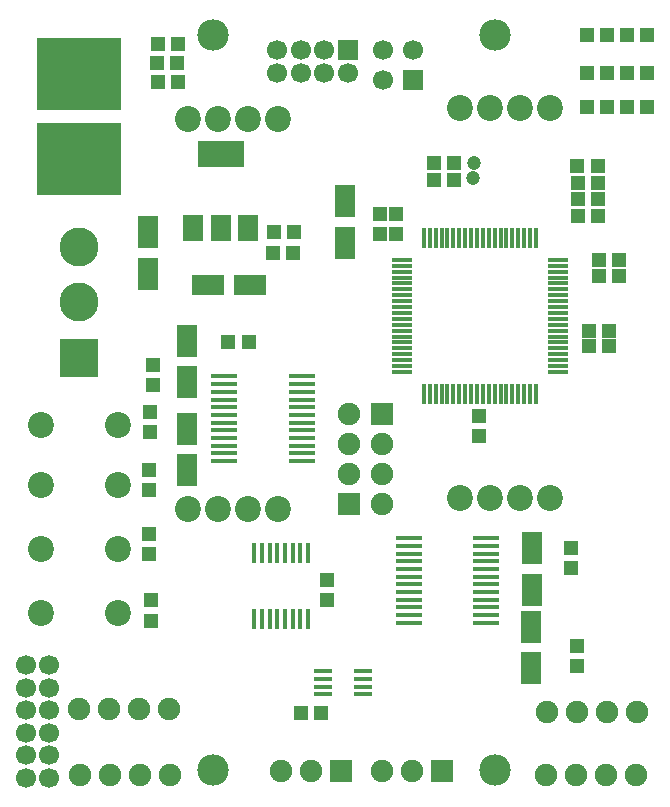
<source format=gbr>
G04 DipTrace 3.0.0.2*
G04 TopMask.gbr*
%MOIN*%
G04 #@! TF.FileFunction,Soldermask,Top*
G04 #@! TF.Part,Single*
%AMOUTLINE0*
4,1,4,
0.0055,-0.033,
-0.0055,-0.033,
-0.0055,0.033,
0.0055,0.033,
0.0055,-0.033,
0*%
%AMOUTLINE1*
4,1,4,
-0.033,-0.0055,
-0.033,0.0055,
0.033,0.0055,
0.033,-0.0055,
-0.033,-0.0055,
0*%
%ADD28R,0.0615X0.014*%
%ADD29R,0.014X0.066*%
%ADD35R,0.066929X0.066929*%
%ADD36C,0.066929*%
%ADD52C,0.105*%
%ADD61C,0.129921*%
%ADD63R,0.129921X0.129921*%
%ADD65C,0.047244*%
%ADD67C,0.066929*%
%ADD70R,0.108268X0.070866*%
%ADD72R,0.070866X0.108268*%
%ADD74R,0.047244X0.051181*%
%ADD76R,0.051181X0.047244*%
%ADD78R,0.086614X0.016535*%
%ADD80C,0.074803*%
%ADD81R,0.074803X0.074803*%
%ADD82C,0.086614*%
%ADD83R,0.283465X0.244094*%
%ADD85R,0.15748X0.086614*%
%ADD87R,0.066874X0.086874*%
%ADD100OUTLINE0*%
%ADD101OUTLINE1*%
%FSLAX26Y26*%
G04*
G70*
G90*
G75*
G01*
G04 TopMask*
%LPD*%
D28*
X1568034Y733709D3*
Y759299D3*
Y784890D3*
Y810481D3*
X1434534D3*
Y784890D3*
Y759299D3*
Y733709D3*
D29*
X1383494Y1205735D3*
X1357903D3*
X1332313D3*
X1306722D3*
X1281131D3*
X1255541D3*
X1229950D3*
X1204360D3*
Y983735D3*
X1229950D3*
X1255541D3*
X1281131D3*
X1306722D3*
X1332313D3*
X1357903D3*
X1383494D3*
D87*
X1001276Y2288341D3*
X1092276D3*
X1183276D3*
D85*
X1092276Y2536773D3*
D83*
X618701Y2518701D3*
Y2802166D3*
D82*
X1890869Y1387688D3*
X1990869D3*
X2090869D3*
X2190869D3*
Y2687688D3*
X2090869D3*
X1990869D3*
X1890869D3*
X984179Y1353561D3*
X1084179D3*
X1184179D3*
X1284179D3*
Y2653561D3*
X1184179D3*
X1084179D3*
X984179D3*
D81*
X1518701Y1368701D3*
D80*
Y1468701D3*
Y1568701D3*
Y1668701D3*
D78*
X1364288Y1512282D3*
Y1537873D3*
Y1563463D3*
Y1589054D3*
Y1614645D3*
Y1640235D3*
Y1665826D3*
Y1691416D3*
Y1717007D3*
Y1742597D3*
Y1768188D3*
Y1793778D3*
X1104445D3*
Y1768188D3*
Y1742597D3*
Y1717007D3*
Y1691416D3*
Y1665826D3*
Y1640235D3*
Y1614645D3*
Y1589054D3*
Y1563463D3*
Y1537873D3*
Y1512282D3*
D76*
X1426998Y673236D3*
X1360068D3*
D74*
X1445554Y1049624D3*
Y1116553D3*
X1676158Y2268713D3*
Y2335642D3*
D76*
X2318701Y1943701D3*
X2385630D3*
X2318701Y1893701D3*
X2385630D3*
X2352815Y2182415D3*
X2419744D3*
D72*
X2127481Y960047D3*
Y822252D3*
D76*
X1871933Y2505814D3*
X1805004D3*
X1871726Y2450101D3*
X1804797D3*
D74*
X2281201Y895777D3*
Y828848D3*
D72*
X981500Y1913673D3*
Y1775878D3*
D76*
X1118579Y1908411D3*
X1185508D3*
D72*
X2131201Y1221112D3*
Y1083316D3*
D74*
X2260118Y1221436D3*
Y1154507D3*
D72*
X979986Y1620192D3*
Y1482397D3*
D74*
X865574Y1764782D3*
Y1831711D3*
D70*
X1188906Y2099701D3*
X1051110D3*
D72*
X850689Y2274470D3*
Y2136675D3*
D74*
X1622642Y2269642D3*
Y2336571D3*
X1952677Y1661983D3*
Y1595054D3*
D72*
X1507904Y2240029D3*
Y2377824D3*
D76*
X2281861Y2494032D3*
X2348790D3*
X2282767Y2439571D3*
X2349696D3*
X2283131Y2385222D3*
X2350061D3*
X2283393Y2327625D3*
X2350322D3*
D81*
X1631201Y1668701D3*
D80*
Y1568701D3*
Y1468701D3*
Y1368701D3*
D78*
X1718701Y1254805D3*
Y1229214D3*
Y1203624D3*
Y1178033D3*
Y1152442D3*
Y1126852D3*
Y1101261D3*
Y1075671D3*
Y1050080D3*
Y1024490D3*
Y998899D3*
Y973309D3*
X1978544D3*
Y998899D3*
Y1024490D3*
Y1050080D3*
Y1075671D3*
Y1101261D3*
Y1126852D3*
Y1152442D3*
Y1178033D3*
Y1203624D3*
Y1229214D3*
Y1254805D3*
D52*
X1068201Y481201D3*
X2006201D3*
X1068201Y2931201D3*
X2006201D3*
D80*
X923798Y466386D3*
X823798D3*
X723798D3*
X623798D3*
X2475631Y465458D3*
X2375631D3*
X2275631D3*
X2175631D3*
X918701Y685131D3*
X818701D3*
X718701D3*
X618701D3*
X2481201Y673708D3*
X2381201D3*
X2281201D3*
X2181201D3*
D35*
X1516973Y2882820D3*
D36*
X1438232D3*
X1359492D3*
X1280752D3*
Y2804080D3*
X1359492D3*
X1438232D3*
X1516973D3*
D76*
X2513408Y2693365D3*
X2446478D3*
X2513408Y2805865D3*
X2446478D3*
X1267785Y2206874D3*
X1334715D3*
X947248Y2839337D3*
X880318D3*
X2513408Y2930865D3*
X2446478D3*
D100*
X2143701Y2256201D3*
X2124016D3*
X2104331D3*
X2084646D3*
X2064961D3*
X2045276D3*
X2025591D3*
X2005906D3*
X1986221D3*
X1966536D3*
X1946851D3*
X1927166D3*
X1907481D3*
X1887795D3*
X1868110D3*
X1848425D3*
X1828740D3*
X1809055D3*
X1789370D3*
X1769685D3*
D101*
X1696193Y2182710D3*
Y2163024D3*
Y2143340D3*
Y2123655D3*
Y2103969D3*
Y2084285D3*
Y2064599D3*
Y2044915D3*
Y2025230D3*
Y2005544D3*
Y1985860D3*
Y1966173D3*
Y1946488D3*
Y1926805D3*
Y1907118D3*
Y1887435D3*
Y1867748D3*
Y1848063D3*
Y1828379D3*
Y1808693D3*
D100*
X1769685Y1735202D3*
X1789370D3*
X1809055D3*
X1828740D3*
X1848425D3*
X1868110D3*
X1887795D3*
X1907481D3*
X1927166D3*
X1946851D3*
X1966536D3*
X1986221D3*
X2005906D3*
X2025591D3*
X2045276D3*
X2064961D3*
X2084646D3*
X2104331D3*
X2124016D3*
X2143701D3*
D101*
X2217193Y1808693D3*
Y1828379D3*
Y1848063D3*
Y1867748D3*
Y1887435D3*
Y1907118D3*
Y1926805D3*
Y1946488D3*
Y1966173D3*
Y1985860D3*
Y2005544D3*
Y2025230D3*
Y2044915D3*
Y2064599D3*
Y2084285D3*
Y2103969D3*
Y2123655D3*
Y2143340D3*
Y2163024D3*
Y2182710D3*
D67*
X443701Y456201D3*
Y531201D3*
Y606201D3*
Y681201D3*
Y756201D3*
Y831201D3*
X518701Y456201D3*
Y531201D3*
Y606201D3*
Y681201D3*
Y756201D3*
Y831201D3*
D65*
X1934958Y2456568D3*
X1936229Y2507015D3*
D76*
X2352221Y2130024D3*
X2419150D3*
D74*
X855881Y1609181D3*
Y1676110D3*
X854982Y1414578D3*
Y1481507D3*
X853255Y1201565D3*
Y1268494D3*
X859723Y980302D3*
Y1047231D3*
D76*
X1270145Y2274578D3*
X1337074D3*
X2313408Y2693365D3*
X2380337D3*
X2313408Y2805865D3*
X2380337D3*
X2313408Y2930865D3*
X2380337D3*
X884748Y2901837D3*
X951677D3*
X884748Y2776837D3*
X951677D3*
D81*
X1831201Y478454D3*
D80*
X1731201D3*
X1631201D3*
D81*
X1493701D3*
D80*
X1393701D3*
X1293701D3*
D82*
X493701Y1631201D3*
X749607D3*
X493701Y1431201D3*
X749607D3*
X493701Y1218701D3*
X749607D3*
X493701Y1006201D3*
X749607D3*
D63*
X618701Y1856201D3*
D61*
Y2041240D3*
Y2226280D3*
D35*
X1733347Y2782921D3*
D36*
X1633347D3*
X1733347Y2882921D3*
X1633347D3*
M02*

</source>
